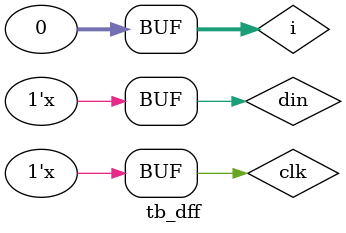
<source format=v>
`timescale 1ns / 1ps


module dff(
 input clk,din,
 output reg q,qb    
  );
  
always @(posedge clk)
begin 
q<=din;
qb<=~din;
end
  
endmodule



module tb_dff;


reg clk=0,din=0;
wire q,qb;
integer i=0;

dff dut (clk,din,q,qb);
 
always #10 clk=~clk;
always #23 din=~din;
endmodule
</source>
